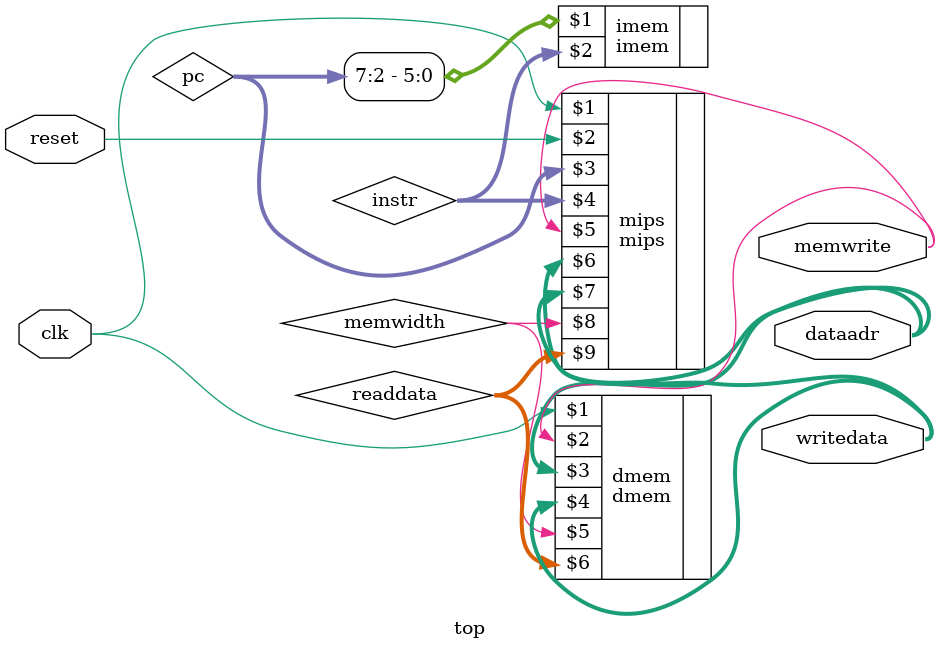
<source format=sv>
`timescale 1ns / 1ps
module top(input  logic        clk, reset, 
           output logic [31:0] writedata, dataadr, 
           output logic        memwrite);

  logic [31:0] pc, instr, readdata;
  logic memwidth; //SB: added memwidth to take in the memwidth output of mips 
  
  // instantiate processor and memories
  mips mips(clk, reset, pc, instr, memwrite, dataadr, 
            writedata, memwidth, readdata);                         //SB: added memwidth as an output of the mips instantiated module
  imem imem(pc[7:2], instr);
  dmem dmem(clk, memwrite, dataadr, writedata, memwidth, readdata); //SB: added memwidth as an input to the instantiated dmem module
endmodule
</source>
